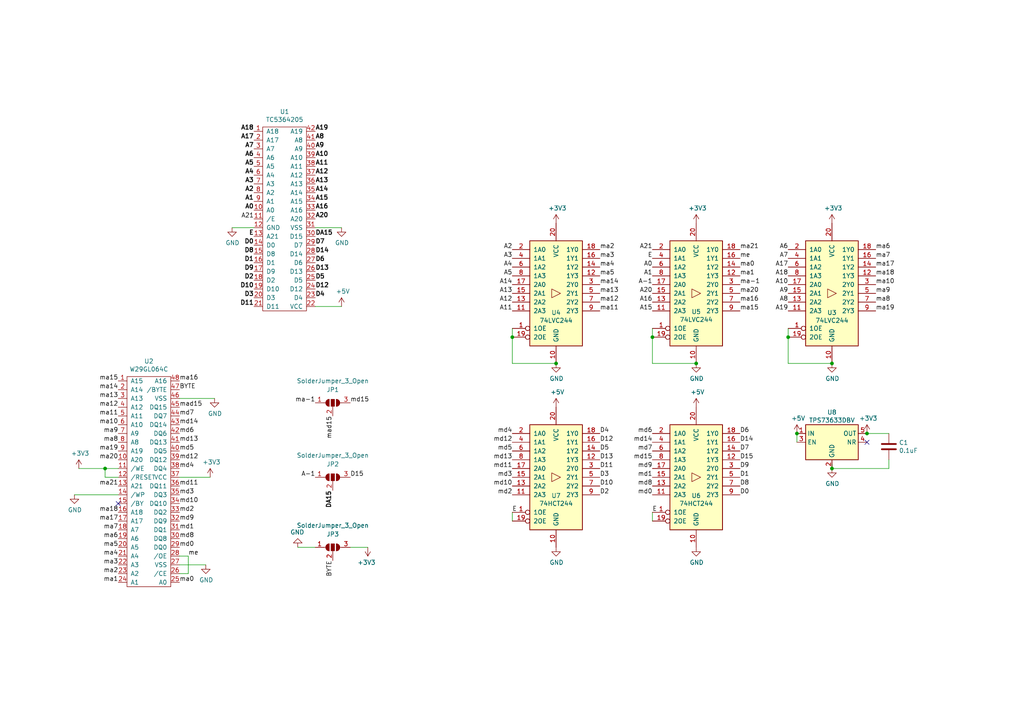
<source format=kicad_sch>
(kicad_sch (version 20231120) (generator "eeschema") (generator_version "8.0")
  (paper "A4")
  (lib_symbols
    (symbol "Device:C" (pin_numbers hide) (pin_names (offset 0.254))
      (property "Reference" "C" (at 0.635 2.54 0))
      (property "Value" "C" (at 0.635 -2.54 0))
      (symbol "C_0_1"
        (polyline (pts (xy -2.032 -0.762) (xy 2.032 -0.762)) (stroke (width 0.508)))
        (polyline (pts (xy -2.032 0.762) (xy 2.032 0.762)) (stroke (width 0.508)))
      )
      (symbol "C_1_1"
        (pin passive line (at 0 3.81 270) (length 2.794) (name "~") (number "1"))
        (pin passive line (at 0 -3.81 90) (length 2.794) (name "~") (number "2"))
      )
    )
    (symbol "Jumper:SolderJumper_3_Open" (pin_names (offset 0) hide) (exclude_from_sim yes) (in_bom no)
      (property "Reference" "JP" (at -2.54 -2.54 0))
      (property "Value" "SolderJumper_3_Open" (at 0 2.794 0))
      (symbol "SolderJumper_3_Open_0_1"
        (arc (start -1.016 1.016) (mid -2.0276 0) (end -1.016 -1.016))
        (arc (start -1.016 1.016) (mid -2.0276 0) (end -1.016 -1.016) (fill (type outline)))
        (rectangle (start -0.508 1.016) (end 0.508 -1.016) (fill (type outline)))
        (polyline (pts (xy -2.54 0) (xy -2.032 0)))
        (polyline (pts (xy -1.016 1.016) (xy -1.016 -1.016)))
        (polyline (pts (xy 0 -1.27) (xy 0 -1.016)))
        (polyline (pts (xy 1.016 1.016) (xy 1.016 -1.016)))
        (polyline (pts (xy 2.54 0) (xy 2.032 0)))
        (arc (start 1.016 -1.016) (mid 2.0276 0) (end 1.016 1.016))
        (arc (start 1.016 -1.016) (mid 2.0276 0) (end 1.016 1.016) (fill (type outline)))
      )
      (symbol "SolderJumper_3_Open_1_1"
        (pin passive line (at -5.08 0 0) (length 2.54) (name "A") (number "1"))
        (pin passive line (at 0 -3.81 90) (length 2.54) (name "C") (number "2"))
        (pin passive line (at 5.08 0 180) (length 2.54) (name "B") (number "3"))
      )
    )
    (symbol "Regulator_Linear:TPS73633DBV"
      (property "Reference" "U" (at -6.35 6.35 0))
      (property "Value" "TPS73633DBV" (at 1.27 6.35 0))
      (symbol "TPS73633DBV_0_1"
        (rectangle (start -7.62 -5.08) (end 7.62 5.08) (stroke (width 0.254)) (fill (type background)))
      )
      (symbol "TPS73633DBV_1_1"
        (pin power_in line (at -10.16 2.54 0) (length 2.54) (name "IN") (number "1"))
        (pin power_in line (at 0 -7.62 90) (length 2.54) (name "GND") (number "2"))
        (pin input line (at -10.16 0 0) (length 2.54) (name "EN") (number "3"))
        (pin passive line (at 10.16 0 180) (length 2.54) (name "NR") (number "4"))
        (pin power_out line (at 10.16 2.54 180) (length 2.54) (name "OUT") (number "5"))
      )
    )
    (symbol "adapter:TC5364205" (pin_names (offset 1.016))
      (property "Reference" "U" (at 5.08 29.21 0))
      (property "Value" "TC5364205" (at 6.35 -26.67 0))
      (symbol "TC5364205_0_1"
        (rectangle (start 0 27.94) (end 12.7 -25.4))
      )
      (symbol "TC5364205_1_1"
        (pin input line (at -2.54 26.67 0) (length 2.54) (name "A18") (number "1"))
        (pin input line (at -2.54 3.81 0) (length 2.54) (name "A0") (number "10"))
        (pin input line (at -2.54 1.27 0) (length 2.54) (name "/E") (number "11"))
        (pin power_in line (at -2.54 -1.27 0) (length 2.54) (name "GND") (number "12"))
        (pin input line (at -2.54 -3.81 0) (length 2.54) (name "A21") (number "13"))
        (pin output line (at -2.54 -6.35 0) (length 2.54) (name "D0") (number "14"))
        (pin output line (at -2.54 -8.89 0) (length 2.54) (name "D8") (number "15"))
        (pin output line (at -2.54 -11.43 0) (length 2.54) (name "D1") (number "16"))
        (pin output line (at -2.54 -13.97 0) (length 2.54) (name "D9") (number "17"))
        (pin output line (at -2.54 -16.51 0) (length 2.54) (name "D2") (number "18"))
        (pin output line (at -2.54 -19.05 0) (length 2.54) (name "D10") (number "19"))
        (pin input line (at -2.54 24.13 0) (length 2.54) (name "A17") (number "2"))
        (pin output line (at -2.54 -21.59 0) (length 2.54) (name "D3") (number "20"))
        (pin output line (at -2.54 -24.13 0) (length 2.54) (name "D11") (number "21"))
        (pin power_in line (at 15.24 -24.13 180) (length 2.54) (name "VCC") (number "22"))
        (pin output line (at 15.24 -21.59 180) (length 2.54) (name "D4") (number "23"))
        (pin output line (at 15.24 -19.05 180) (length 2.54) (name "D12") (number "24"))
        (pin output line (at 15.24 -16.51 180) (length 2.54) (name "D5") (number "25"))
        (pin output line (at 15.24 -13.97 180) (length 2.54) (name "D13") (number "26"))
        (pin output line (at 15.24 -11.43 180) (length 2.54) (name "D6") (number "27"))
        (pin output line (at 15.24 -8.89 180) (length 2.54) (name "D14") (number "28"))
        (pin output line (at 15.24 -6.35 180) (length 2.54) (name "D7") (number "29"))
        (pin input line (at -2.54 21.59 0) (length 2.54) (name "A7") (number "3"))
        (pin output line (at 15.24 -3.81 180) (length 2.54) (name "D15") (number "30"))
        (pin power_in line (at 15.24 -1.27 180) (length 2.54) (name "VSS") (number "31"))
        (pin input line (at 15.24 1.27 180) (length 2.54) (name "A20") (number "32"))
        (pin input line (at 15.24 3.81 180) (length 2.54) (name "A16") (number "33"))
        (pin input line (at 15.24 6.35 180) (length 2.54) (name "A15") (number "34"))
        (pin input line (at 15.24 8.89 180) (length 2.54) (name "A14") (number "35"))
        (pin input line (at 15.24 11.43 180) (length 2.54) (name "A13") (number "36"))
        (pin input line (at 15.24 13.97 180) (length 2.54) (name "A12") (number "37"))
        (pin input line (at 15.24 16.51 180) (length 2.54) (name "A11") (number "38"))
        (pin input line (at 15.24 19.05 180) (length 2.54) (name "A10") (number "39"))
        (pin input line (at -2.54 19.05 0) (length 2.54) (name "A6") (number "4"))
        (pin input line (at 15.24 21.59 180) (length 2.54) (name "A9") (number "40"))
        (pin input line (at 15.24 24.13 180) (length 2.54) (name "A8") (number "41"))
        (pin input line (at 15.24 26.67 180) (length 2.54) (name "A19") (number "42"))
        (pin input line (at -2.54 16.51 0) (length 2.54) (name "A5") (number "5"))
        (pin input line (at -2.54 13.97 0) (length 2.54) (name "A4") (number "6"))
        (pin input line (at -2.54 11.43 0) (length 2.54) (name "A3") (number "7"))
        (pin input line (at -2.54 8.89 0) (length 2.54) (name "A2") (number "8"))
        (pin input line (at -2.54 6.35 0) (length 2.54) (name "A1") (number "9"))
      )
    )
    (symbol "adapter:W29GL064C" (pin_names (offset 1.016))
      (property "Reference" "U" (at 6.35 27.94 0))
      (property "Value" "W29GL064C" (at 6.35 -35.56 0))
      (symbol "W29GL064C_0_1"
        (rectangle (start 0 -34.29) (end 12.7 26.67))
      )
      (symbol "W29GL064C_1_1"
        (pin input line (at -2.54 25.4 0) (length 2.54) (name "A15") (number "1"))
        (pin input line (at -2.54 2.54 0) (length 2.54) (name "A20") (number "10"))
        (pin input line (at -2.54 0 0) (length 2.54) (name "/WE") (number "11"))
        (pin input line (at -2.54 -2.54 0) (length 2.54) (name "/RESET") (number "12"))
        (pin input line (at -2.54 -5.08 0) (length 2.54) (name "A21") (number "13"))
        (pin input line (at -2.54 -7.62 0) (length 2.54) (name "/WP") (number "14"))
        (pin input line (at -2.54 -10.16 0) (length 2.54) (name "/BY") (number "15"))
        (pin input line (at -2.54 -12.7 0) (length 2.54) (name "A18") (number "16"))
        (pin input line (at -2.54 -15.24 0) (length 2.54) (name "A17") (number "17"))
        (pin input line (at -2.54 -17.78 0) (length 2.54) (name "A7") (number "18"))
        (pin input line (at -2.54 -20.32 0) (length 2.54) (name "A6") (number "19"))
        (pin input line (at -2.54 22.86 0) (length 2.54) (name "A14") (number "2"))
        (pin input line (at -2.54 -22.86 0) (length 2.54) (name "A5") (number "20"))
        (pin input line (at -2.54 -25.4 0) (length 2.54) (name "A4") (number "21"))
        (pin input line (at -2.54 -27.94 0) (length 2.54) (name "A3") (number "22"))
        (pin input line (at -2.54 -30.48 0) (length 2.54) (name "A2") (number "23"))
        (pin input line (at -2.54 -33.02 0) (length 2.54) (name "A1") (number "24"))
        (pin input line (at 15.24 -33.02 180) (length 2.54) (name "A0") (number "25"))
        (pin input line (at 15.24 -30.48 180) (length 2.54) (name "/CE") (number "26"))
        (pin power_in line (at 15.24 -27.94 180) (length 2.54) (name "VSS") (number "27"))
        (pin input line (at 15.24 -25.4 180) (length 2.54) (name "/OE") (number "28"))
        (pin output line (at 15.24 -22.86 180) (length 2.54) (name "DQ0") (number "29"))
        (pin input line (at -2.54 20.32 0) (length 2.54) (name "A13") (number "3"))
        (pin output line (at 15.24 -20.32 180) (length 2.54) (name "DQ8") (number "30"))
        (pin output line (at 15.24 -17.78 180) (length 2.54) (name "DQ1") (number "31"))
        (pin output line (at 15.24 -15.24 180) (length 2.54) (name "DQ9") (number "32"))
        (pin output line (at 15.24 -12.7 180) (length 2.54) (name "DQ2") (number "33"))
        (pin output line (at 15.24 -10.16 180) (length 2.54) (name "DQ10") (number "34"))
        (pin output line (at 15.24 -7.62 180) (length 2.54) (name "DQ3") (number "35"))
        (pin output line (at 15.24 -5.08 180) (length 2.54) (name "DQ11") (number "36"))
        (pin power_in line (at 15.24 -2.54 180) (length 2.54) (name "VCC") (number "37"))
        (pin output line (at 15.24 0 180) (length 2.54) (name "DQ4") (number "38"))
        (pin output line (at 15.24 2.54 180) (length 2.54) (name "DQ12") (number "39"))
        (pin input line (at -2.54 17.78 0) (length 2.54) (name "A12") (number "4"))
        (pin output line (at 15.24 5.08 180) (length 2.54) (name "DQ5") (number "40"))
        (pin output line (at 15.24 7.62 180) (length 2.54) (name "DQ13") (number "41"))
        (pin output line (at 15.24 10.16 180) (length 2.54) (name "DQ6") (number "42"))
        (pin output line (at 15.24 12.7 180) (length 2.54) (name "DQ14") (number "43"))
        (pin output line (at 15.24 15.24 180) (length 2.54) (name "DQ7") (number "44"))
        (pin output line (at 15.24 17.78 180) (length 2.54) (name "DQ15") (number "45"))
        (pin power_in line (at 15.24 20.32 180) (length 2.54) (name "VSS") (number "46"))
        (pin input line (at 15.24 22.86 180) (length 2.54) (name "/BYTE") (number "47"))
        (pin input line (at 15.24 25.4 180) (length 2.54) (name "A16") (number "48"))
        (pin input line (at -2.54 15.24 0) (length 2.54) (name "A11") (number "5"))
        (pin input line (at -2.54 12.7 0) (length 2.54) (name "A10") (number "6"))
        (pin input line (at -2.54 10.16 0) (length 2.54) (name "A9") (number "7"))
        (pin input line (at -2.54 7.62 0) (length 2.54) (name "A8") (number "8"))
        (pin input line (at -2.54 5.08 0) (length 2.54) (name "A19") (number "9"))
      )
    )
    (symbol "toshiba-64mbit-adapter-rescue:+3V3-power" (power) (pin_names (offset 0))
      (property "Value" "power_+3V3" (at 0 3.556 0))
      (symbol "+3V3-power_0_1"
        (polyline (pts (xy -0.762 1.27) (xy 0 2.54)))
        (polyline (pts (xy 0 0) (xy 0 2.54)))
        (polyline (pts (xy 0 2.54) (xy 0.762 1.27)))
      )
      (symbol "+3V3-power_1_1"
        (pin power_in line (at 0 0 90) (length 0) hide (name "+3V3") (number "1"))
      )
    )
    (symbol "toshiba-64mbit-adapter-rescue:+5V-power" (power) (pin_names (offset 0))
      (property "Value" "power_+5V" (at 0 3.556 0))
      (symbol "+5V-power_0_1"
        (polyline (pts (xy -0.762 1.27) (xy 0 2.54)))
        (polyline (pts (xy 0 0) (xy 0 2.54)))
        (polyline (pts (xy 0 2.54) (xy 0.762 1.27)))
      )
      (symbol "+5V-power_1_1"
        (pin power_in line (at 0 0 90) (length 0) hide (name "+5V") (number "1"))
      )
    )
    (symbol "toshiba-64mbit-adapter-rescue:74HCT244-74xx" (pin_names (offset 1.016))
      (property "Reference" "U" (at -7.62 16.51 0))
      (property "Value" "74HCT244-74xx" (at -7.62 -16.51 0))
      (symbol "74HCT244-74xx_1_0"
        (polyline (pts (xy 1.27 0) (xy -1.27 1.27) (xy -1.27 -1.27) (xy 1.27 0)) (stroke (width 0.1524)))
        (pin input inverted (at -12.7 -10.16 0) (length 5.08) (name "1OE") (number "1"))
        (pin power_in line (at 0 -20.32 90) (length 5.08) (name "GND") (number "10"))
        (pin input line (at -12.7 -5.08 0) (length 5.08) (name "2A3") (number "11"))
        (pin output line (at 12.7 5.08 180) (length 5.08) (name "1Y3") (number "12"))
        (pin input line (at -12.7 -2.54 0) (length 5.08) (name "2A2") (number "13"))
        (pin output line (at 12.7 7.62 180) (length 5.08) (name "1Y2") (number "14"))
        (pin input line (at -12.7 0 0) (length 5.08) (name "2A1") (number "15"))
        (pin output line (at 12.7 10.16 180) (length 5.08) (name "1Y1") (number "16"))
        (pin input line (at -12.7 2.54 0) (length 5.08) (name "2A0") (number "17"))
        (pin output line (at 12.7 12.7 180) (length 5.08) (name "1Y0") (number "18"))
        (pin input inverted (at -12.7 -12.7 0) (length 5.08) (name "2OE") (number "19"))
        (pin input line (at -12.7 12.7 0) (length 5.08) (name "1A0") (number "2"))
        (pin power_in line (at 0 20.32 270) (length 5.08) (name "VCC") (number "20"))
        (pin output line (at 12.7 2.54 180) (length 5.08) (name "2Y0") (number "3"))
        (pin input line (at -12.7 10.16 0) (length 5.08) (name "1A1") (number "4"))
        (pin output line (at 12.7 0 180) (length 5.08) (name "2Y1") (number "5"))
        (pin input line (at -12.7 7.62 0) (length 5.08) (name "1A2") (number "6"))
        (pin output line (at 12.7 -2.54 180) (length 5.08) (name "2Y2") (number "7"))
        (pin input line (at -12.7 5.08 0) (length 5.08) (name "1A3") (number "8"))
        (pin output line (at 12.7 -5.08 180) (length 5.08) (name "2Y3") (number "9"))
      )
      (symbol "74HCT244-74xx_1_1"
        (rectangle (start -7.62 15.24) (end 7.62 -15.24) (stroke (width 0.254)) (fill (type background)))
      )
    )
    (symbol "toshiba-64mbit-adapter-rescue:GND-power" (power) (pin_names (offset 0))
      (property "Value" "power_GND" (at 0 -3.81 0))
      (symbol "GND-power_0_1"
        (polyline (pts (xy 0 0) (xy 0 -1.27) (xy 1.27 -1.27) (xy 0 -2.54) (xy -1.27 -1.27) (xy 0 -1.27)))
      )
      (symbol "GND-power_1_1"
        (pin power_in line (at 0 0 270) (length 0) hide (name "GND") (number "1"))
      )
    )
  )
  (junction (at 228.6 97.79))
  (junction (at 148.59 97.79))
  (junction (at 201.93 105.41))
  (junction (at 251.46 125.73))
  (junction (at 189.23 97.79))
  (junction (at 241.3 105.41))
  (junction (at 161.29 105.41))
  (junction (at 241.3 135.89))
  (junction (at 231.14 125.73))
  (junction (at 30.48 135.89))
  (no_connect (at 34.29 146.05))
  (no_connect (at 251.46 128.27))
  (wire (pts (xy 52.07 138.43) (xy 60.96 138.43)))
  (wire (pts (xy 34.29 138.43) (xy 30.48 138.43)))
  (wire (pts (xy 148.59 105.41) (xy 148.59 97.79)))
  (wire (pts (xy 52.07 115.57) (xy 62.23 115.57)))
  (wire (pts (xy 148.59 151.13) (xy 148.59 148.59)))
  (wire (pts (xy 54.61 161.29) (xy 54.61 166.37)))
  (wire (pts (xy 257.81 135.89) (xy 241.3 135.89)))
  (wire (pts (xy 189.23 105.41) (xy 189.23 97.79)))
  (wire (pts (xy 91.44 88.9) (xy 99.06 88.9)))
  (wire (pts (xy 161.29 105.41) (xy 148.59 105.41)))
  (wire (pts (xy 241.3 105.41) (xy 228.6 105.41)))
  (wire (pts (xy 22.86 135.89) (xy 30.48 135.89)))
  (wire (pts (xy 189.23 97.79) (xy 189.23 95.25)))
  (wire (pts (xy 251.46 125.73) (xy 257.81 125.73)))
  (wire (pts (xy 54.61 166.37) (xy 52.07 166.37)))
  (wire (pts (xy 67.31 66.04) (xy 73.66 66.04)))
  (wire (pts (xy 52.07 163.83) (xy 59.69 163.83)))
  (wire (pts (xy 21.59 143.51) (xy 34.29 143.51)))
  (wire (pts (xy 52.07 161.29) (xy 54.61 161.29)))
  (wire (pts (xy 231.14 125.73) (xy 231.14 128.27)))
  (wire (pts (xy 30.48 135.89) (xy 34.29 135.89)))
  (wire (pts (xy 201.93 105.41) (xy 189.23 105.41)))
  (wire (pts (xy 30.48 138.43) (xy 30.48 135.89)))
  (wire (pts (xy 257.81 133.35) (xy 257.81 135.89)))
  (wire (pts (xy 148.59 95.25) (xy 148.59 97.79)))
  (wire (pts (xy 241.3 134.62) (xy 241.3 135.89)))
  (wire (pts (xy 91.44 66.04) (xy 99.06 66.04)))
  (wire (pts (xy 228.6 95.25) (xy 228.6 97.79)))
  (wire (pts (xy 106.68 158.75) (xy 101.6 158.75)))
  (wire (pts (xy 189.23 151.13) (xy 189.23 148.59)))
  (wire (pts (xy 228.6 97.79) (xy 228.6 105.41)))
  (wire (pts (xy 91.44 158.75) (xy 86.36 158.75)))
  (label "me" (at 214.63 74.93 0))
  (label "D2" (at 173.99 143.51 0))
  (label "D8" (at 214.63 140.97 0))
  (label "BYTE" (at 52.07 113.03 0))
  (label "A2" (at 73.66 55.88 180) (effects (font (thickness 0.254) (bold yes))))
  (label "A0" (at 73.66 60.96 180) (effects (font (thickness 0.254) (bold yes))))
  (label "A0" (at 189.23 77.47 180))
  (label "A13" (at 91.44 53.34 0) (effects (font (thickness 0.254) (bold yes))))
  (label "md2" (at 52.07 148.59 0))
  (label "ma1" (at 34.29 168.91 180))
  (label "ma16" (at 52.07 110.49 0))
  (label "A15" (at 91.44 58.42 0) (effects (font (thickness 0.254) (bold yes))))
  (label "D8" (at 73.66 73.66 180) (effects (font (thickness 0.254) (bold yes))))
  (label "ma6" (at 34.29 156.21 180))
  (label "BYTE" (at 96.52 162.56 270))
  (label "md1" (at 189.23 138.43 180))
  (label "ma9" (at 34.29 125.73 180))
  (label "A11" (at 148.59 90.17 180))
  (label "ma9" (at 254 85.09 0))
  (label "A12" (at 91.44 50.8 0) (effects (font (thickness 0.254) (bold yes))))
  (label "md3" (at 52.07 143.51 0))
  (label "A20" (at 189.23 85.09 180))
  (label "D3" (at 173.99 138.43 0))
  (label "D9" (at 214.63 135.89 0))
  (label "ma11" (at 34.29 120.65 180))
  (label "ma20" (at 214.63 85.09 0))
  (label "D11" (at 73.66 88.9 180) (effects (font (thickness 0.254) (bold yes))))
  (label "ma17" (at 254 77.47 0))
  (label "E" (at 73.66 68.58 180) (effects (font (thickness 0.254) (bold yes))))
  (label "D10" (at 173.99 140.97 0))
  (label "D12" (at 173.99 128.27 0))
  (label "ma12" (at 173.99 87.63 0))
  (label "A17" (at 73.66 40.64 180) (effects (font (thickness 0.254) (bold yes))))
  (label "ma7" (at 34.29 153.67 180))
  (label "md15" (at 189.23 133.35 180))
  (label "A3" (at 148.59 74.93 180))
  (label "A7" (at 73.66 43.18 180) (effects (font (thickness 0.254) (bold yes))))
  (label "A14" (at 148.59 82.55 180))
  (label "A18" (at 228.6 80.01 180))
  (label "A2" (at 148.59 72.39 180))
  (label "A19" (at 91.44 38.1 0) (effects (font (thickness 0.254) (bold yes))))
  (label "D15" (at 214.63 133.35 0))
  (label "ma15" (at 34.29 110.49 180))
  (label "md12" (at 148.59 128.27 180))
  (label "A21" (at 189.23 72.39 180))
  (label "md14" (at 52.07 123.19 0))
  (label "D1" (at 73.66 76.2 180) (effects (font (thickness 0.254) (bold yes))))
  (label "md15" (at 101.6 116.84 0))
  (label "DA15" (at 96.52 142.24 270) (effects (font (thickness 0.254) (bold yes))))
  (label "D9" (at 73.66 78.74 180) (effects (font (thickness 0.254) (bold yes))))
  (label "D5" (at 91.44 81.28 0) (effects (font (thickness 0.254) (bold yes))))
  (label "ma18" (at 34.29 148.59 180))
  (label "D13" (at 173.99 133.35 0))
  (label "ma7" (at 254 74.93 0))
  (label "md0" (at 52.07 158.75 0))
  (label "md5" (at 52.07 130.81 0))
  (label "ma10" (at 34.29 123.19 180))
  (label "A4" (at 148.59 77.47 180))
  (label "md6" (at 52.07 125.73 0))
  (label "ma19" (at 254 90.17 0))
  (label "A8" (at 91.44 40.64 0) (effects (font (thickness 0.254) (bold yes))))
  (label "md4" (at 148.59 125.73 180))
  (label "md8" (at 189.23 140.97 180))
  (label "md13" (at 52.07 128.27 0))
  (label "ma21" (at 34.29 140.97 180))
  (label "E" (at 148.59 148.59 0))
  (label "md10" (at 52.07 146.05 0))
  (label "ma13" (at 34.29 115.57 180))
  (label "A7" (at 228.6 74.93 180))
  (label "me" (at 54.61 161.29 0))
  (label "D13" (at 91.44 78.74 0) (effects (font (thickness 0.254) (bold yes))))
  (label "ma-1" (at 91.44 116.84 180))
  (label "D4" (at 173.99 125.73 0))
  (label "md14" (at 189.23 128.27 180))
  (label "E" (at 189.23 74.93 180))
  (label "md1" (at 52.07 153.67 0))
  (label "ma14" (at 173.99 82.55 0))
  (label "ma6" (at 254 72.39 0))
  (label "DA15" (at 91.44 68.58 0) (effects (font (thickness 0.254) (bold yes))))
  (label "A-1" (at 189.23 82.55 180))
  (label "A9" (at 228.6 85.09 180))
  (label "D2" (at 73.66 81.28 180) (effects (font (thickness 0.254) (bold yes))))
  (label "A9" (at 91.44 43.18 0) (effects (font (thickness 0.254) (bold yes))))
  (label "ma17" (at 34.29 151.13 180))
  (label "D3" (at 73.66 86.36 180) (effects (font (thickness 0.254) (bold yes))))
  (label "ma10" (at 254 82.55 0))
  (label "D14" (at 214.63 128.27 0))
  (label "md3" (at 148.59 138.43 180))
  (label "md12" (at 52.07 133.35 0))
  (label "D11" (at 173.99 135.89 0))
  (label "A4" (at 73.66 50.8 180) (effects (font (thickness 0.254) (bold yes))))
  (label "ma4" (at 173.99 77.47 0))
  (label "D14" (at 91.44 73.66 0) (effects (font (thickness 0.254) (bold yes))))
  (label "A5" (at 73.66 48.26 180) (effects (font (thickness 0.254) (bold yes))))
  (label "md10" (at 148.59 140.97 180))
  (label "A13" (at 148.59 85.09 180))
  (label "ma2" (at 173.99 72.39 0))
  (label "mad15" (at 96.52 120.65 270))
  (label "ma8" (at 34.29 128.27 180))
  (label "A3" (at 73.66 53.34 180) (effects (font (thickness 0.254) (bold yes))))
  (label "D4" (at 91.44 86.36 0) (effects (font (thickness 0.254) (bold yes))))
  (label "ma0" (at 214.63 77.47 0))
  (label "ma1" (at 214.63 80.01 0))
  (label "A6" (at 228.6 72.39 180))
  (label "ma14" (at 34.29 113.03 180))
  (label "ma13" (at 173.99 85.09 0))
  (label "A1" (at 73.66 58.42 180) (effects (font (thickness 0.254) (bold yes))))
  (label "ma8" (at 254 87.63 0))
  (label "A18" (at 73.66 38.1 180) (effects (font (thickness 0.254) (bold yes))))
  (label "A-1" (at 91.44 138.43 180))
  (label "md9" (at 189.23 135.89 180))
  (label "D5" (at 173.99 130.81 0))
  (label "A1" (at 189.23 80.01 180))
  (label "D7" (at 91.44 71.12 0) (effects (font (thickness 0.254) (bold yes))))
  (label "ma0" (at 52.07 168.91 0))
  (label "md7" (at 52.07 120.65 0))
  (label "A16" (at 189.23 87.63 180))
  (label "md7" (at 189.23 130.81 180))
  (label "ma11" (at 173.99 90.17 0))
  (label "A6" (at 73.66 45.72 180) (effects (font (thickness 0.254) (bold yes))))
  (label "ma5" (at 34.29 158.75 180))
  (label "ma-1" (at 214.63 82.55 0))
  (label "md11" (at 52.07 140.97 0))
  (label "D7" (at 214.63 130.81 0))
  (label "md5" (at 148.59 130.81 180))
  (label "ma2" (at 34.29 166.37 180))
  (label "ma18" (at 254 80.01 0))
  (label "md8" (at 52.07 156.21 0))
  (label "md13" (at 148.59 133.35 180))
  (label "md6" (at 189.23 125.73 180))
  (label "mad15" (at 52.07 118.11 0))
  (label "ma16" (at 214.63 87.63 0))
  (label "A16" (at 91.44 60.96 0) (effects (font (thickness 0.254) (bold yes))))
  (label "md4" (at 52.07 135.89 0))
  (label "A5" (at 148.59 80.01 180))
  (label "A17" (at 228.6 77.47 180))
  (label "D0" (at 73.66 71.12 180) (effects (font (thickness 0.254) (bold yes))))
  (label "E" (at 189.23 148.59 0))
  (label "A14" (at 91.44 55.88 0) (effects (font (thickness 0.254) (bold yes))))
  (label "md11" (at 148.59 135.89 180))
  (label "ma21" (at 214.63 72.39 0))
  (label "A12" (at 148.59 87.63 180))
  (label "md0" (at 189.23 143.51 180))
  (label "ma3" (at 173.99 74.93 0))
  (label "D6" (at 214.63 125.73 0))
  (label "D12" (at 91.44 83.82 0) (effects (font (thickness 0.254) (bold yes))))
  (label "A11" (at 91.44 48.26 0) (effects (font (thickness 0.254) (bold yes))))
  (label "ma19" (at 34.29 130.81 180))
  (label "D0" (at 214.63 143.51 0))
  (label "A21" (at 73.66 63.5 180))
  (label "ma15" (at 214.63 90.17 0))
  (label "A10" (at 91.44 45.72 0) (effects (font (thickness 0.254) (bold yes))))
  (label "A10" (at 228.6 82.55 180))
  (label "md9" (at 52.07 151.13 0))
  (label "md2" (at 148.59 143.51 180))
  (label "A19" (at 228.6 90.17 180))
  (label "A20" (at 91.44 63.5 0) (effects (font (thickness 0.254) (bold yes))))
  (label "D1" (at 214.63 138.43 0))
  (label "ma5" (at 173.99 80.01 0))
  (label "ma12" (at 34.29 118.11 180))
  (label "D15" (at 101.6 138.43 0))
  (label "A8" (at 228.6 87.63 180))
  (label "ma20" (at 34.29 133.35 180))
  (label "ma4" (at 34.29 161.29 180))
  (label "D10" (at 73.66 83.82 180) (effects (font (thickness 0.254) (bold yes))))
  (label "A15" (at 189.23 90.17 180))
  (label "D6" (at 91.44 76.2 0) (effects (font (thickness 0.254) (bold yes))))
  (label "ma3" (at 34.29 163.83 180))
  (symbol (lib_id "toshiba-64mbit-adapter-rescue:74HCT244-74xx") (at 161.29 85.09 0) (unit 1)
    (property "Reference" "U4" (at 161.29 90.678 0))
    (property "Value" "74LVC244" (at 161.29 92.964 0))
    (property "Footprint" "Package_SO:TSSOP-20_4.4x6.5mm_P0.65mm" (effects (hide yes)))
    (property "Datasheet" "https://assets.nexperia.com/documents/data-sheet/74HC_HCT244.pdf" (effects (hide yes)))
  )
  (symbol (lib_id "adapter:TC5364205") (at 76.2 64.77 0) (unit 1)
    (property "Reference" "U1" (at 82.55 32.385 0))
    (property "Value" "TC5364205" (at 82.55 34.6964 0))
    (property "Footprint" "Package_DIP:DIP-42_W15.24mm" (effects (hide yes)))
  )
  (symbol (lib_id "toshiba-64mbit-adapter-rescue:74HCT244-74xx") (at 201.93 85.09 0) (unit 1)
    (property "Reference" "U5" (at 201.93 90.424 0))
    (property "Value" "74LVC244" (at 201.93 92.71 0))
    (property "Footprint" "Package_SO:TSSOP-20_4.4x6.5mm_P0.65mm" (effects (hide yes)))
    (property "Datasheet" "https://assets.nexperia.com/documents/data-sheet/74HC_HCT244.pdf" (effects (hide yes)))
  )
  (symbol (lib_id "toshiba-64mbit-adapter-rescue:74HCT244-74xx") (at 161.29 138.43 0) (unit 1)
    (property "Reference" "U7" (at 161.29 143.764 0))
    (property "Value" "74HCT244" (at 161.29 146.05 0))
    (property "Footprint" "Package_SO:TSSOP-20_4.4x6.5mm_P0.65mm" (effects (hide yes)))
    (property "Datasheet" "https://assets.nexperia.com/documents/data-sheet/74HC_HCT244.pdf" (effects (hide yes)))
  )
  (symbol (lib_id "toshiba-64mbit-adapter-rescue:74HCT244-74xx") (at 241.3 85.09 0) (unit 1)
    (property "Reference" "U3" (at 241.3 90.678 0))
    (property "Value" "74LVC244" (at 241.3 92.964 0))
    (property "Footprint" "Package_SO:TSSOP-20_4.4x6.5mm_P0.65mm" (effects (hide yes)))
    (property "Datasheet" "https://assets.nexperia.com/documents/data-sheet/74HC_HCT244.pdf" (effects (hide yes)))
  )
  (symbol (lib_id "toshiba-64mbit-adapter-rescue:GND-power") (at 67.31 66.04 0) (unit 1)
    (property "Reference" "#PWR0101" (effects (hide yes)))
    (property "Value" "GND" (at 67.437 70.4342 0))
  )
  (symbol (lib_id "toshiba-64mbit-adapter-rescue:GND-power") (at 99.06 66.04 0) (unit 1)
    (property "Reference" "#PWR0102" (effects (hide yes)))
    (property "Value" "GND" (at 99.187 70.4342 0))
  )
  (symbol (lib_id "toshiba-64mbit-adapter-rescue:74HCT244-74xx") (at 201.93 138.43 0) (unit 1)
    (property "Reference" "U6" (at 201.93 143.764 0))
    (property "Value" "74HCT244" (at 201.93 146.05 0))
    (property "Footprint" "Package_SO:TSSOP-20_4.4x6.5mm_P0.65mm" (effects (hide yes)))
    (property "Datasheet" "https://assets.nexperia.com/documents/data-sheet/74HC_HCT244.pdf" (effects (hide yes)))
  )
  (symbol (lib_id "toshiba-64mbit-adapter-rescue:+5V-power") (at 99.06 88.9 0) (unit 1)
    (property "Reference" "#PWR0103" (effects (hide yes)))
    (property "Value" "+5V" (at 99.441 84.5058 0))
  )
  (symbol (lib_id "adapter:W29GL064C") (at 36.83 135.89 0) (unit 1)
    (property "Reference" "U2" (at 43.18 104.775 0))
    (property "Value" "W29GL064C" (at 43.18 107.0864 0))
    (property "Footprint" "Package_SO:TSOP-I-48_18.4x12mm_P0.5mm" (effects (hide yes)))
  )
  (symbol (lib_id "Regulator_Linear:TPS73633DBV") (at 241.3 128.27 0) (unit 1)
    (property "Reference" "U8" (at 241.3 119.5832 0))
    (property "Value" "TPS73633DBV" (at 241.3 121.8946 0))
    (property "Footprint" "Package_TO_SOT_SMD:SOT-23-5" (effects (hide yes)))
    (property "Datasheet" "http://www.ti.com/lit/ds/symlink/tps736.pdf" (effects (hide yes)))
  )
  (symbol (lib_id "toshiba-64mbit-adapter-rescue:+5V-power") (at 231.14 125.73 0) (unit 1)
    (property "Reference" "#PWR0107" (effects (hide yes)))
    (property "Value" "+5V" (at 231.521 121.3358 0))
  )
  (symbol (lib_id "toshiba-64mbit-adapter-rescue:+3V3-power") (at 251.46 125.73 0) (unit 1)
    (property "Reference" "#PWR0108" (effects (hide yes)))
    (property "Value" "+3V3" (at 251.841 121.3358 0))
  )
  (symbol (lib_id "toshiba-64mbit-adapter-rescue:GND-power") (at 241.3 135.89 0) (unit 1)
    (property "Reference" "#PWR0109" (effects (hide yes)))
    (property "Value" "GND" (at 241.427 140.2842 0))
  )
  (symbol (lib_id "toshiba-64mbit-adapter-rescue:+3V3-power") (at 60.96 138.43 0) (unit 1)
    (property "Reference" "#PWR0104" (effects (hide yes)))
    (property "Value" "+3V3" (at 61.341 134.0358 0))
  )
  (symbol (lib_id "toshiba-64mbit-adapter-rescue:GND-power") (at 161.29 105.41 0) (unit 1)
    (property "Reference" "#PWR0110" (effects (hide yes)))
    (property "Value" "GND" (at 161.417 109.8042 0))
  )
  (symbol (lib_id "toshiba-64mbit-adapter-rescue:GND-power") (at 59.69 163.83 0) (unit 1)
    (property "Reference" "#PWR0105" (effects (hide yes)))
    (property "Value" "GND" (at 59.817 168.2242 0))
  )
  (symbol (lib_id "toshiba-64mbit-adapter-rescue:GND-power") (at 201.93 105.41 0) (unit 1)
    (property "Reference" "#PWR0111" (effects (hide yes)))
    (property "Value" "GND" (at 202.057 109.8042 0))
  )
  (symbol (lib_id "toshiba-64mbit-adapter-rescue:GND-power") (at 161.29 158.75 0) (unit 1)
    (property "Reference" "#PWR0112" (effects (hide yes)))
    (property "Value" "GND" (at 161.417 163.1442 0))
  )
  (symbol (lib_id "toshiba-64mbit-adapter-rescue:GND-power") (at 62.23 115.57 0) (unit 1)
    (property "Reference" "#PWR0106" (effects (hide yes)))
    (property "Value" "GND" (at 62.357 119.9642 0))
  )
  (symbol (lib_id "toshiba-64mbit-adapter-rescue:GND-power") (at 241.3 105.41 0) (unit 1)
    (property "Reference" "#PWR0113" (effects (hide yes)))
    (property "Value" "GND" (at 241.427 109.8042 0))
  )
  (symbol (lib_id "toshiba-64mbit-adapter-rescue:GND-power") (at 201.93 158.75 0) (unit 1)
    (property "Reference" "#PWR0114" (effects (hide yes)))
    (property "Value" "GND" (at 202.057 163.1442 0))
  )
  (symbol (lib_id "toshiba-64mbit-adapter-rescue:+3V3-power") (at 22.86 135.89 0) (unit 1)
    (property "Reference" "#PWR0116" (effects (hide yes)))
    (property "Value" "+3V3" (at 23.241 131.4958 0))
  )
  (symbol (lib_id "toshiba-64mbit-adapter-rescue:GND-power") (at 21.59 143.51 0) (unit 1)
    (property "Reference" "#PWR0117" (effects (hide yes)))
    (property "Value" "GND" (at 21.717 147.9042 0))
  )
  (symbol (lib_id "Device:C") (at 257.81 129.54 180) (unit 1)
    (property "Reference" "C1" (at 260.731 128.3716 0) (effects (justify right)))
    (property "Value" "0.1uF" (at 260.731 130.683 0) (effects (justify right)))
    (property "Footprint" "Capacitor_SMD:C_0805_2012Metric" (effects (hide yes)))
  )
  (symbol (lib_id "toshiba-64mbit-adapter-rescue:+3V3-power") (at 161.29 118.11 0) (unit 1)
    (property "Reference" "#PWR0118" (effects (hide yes)))
    (property "Value" "+5V" (at 161.671 113.7158 0))
  )
  (symbol (lib_id "toshiba-64mbit-adapter-rescue:+3V3-power") (at 201.93 64.77 0) (unit 1)
    (property "Reference" "#PWR0119" (effects (hide yes)))
    (property "Value" "+3V3" (at 202.311 60.3758 0))
  )
  (symbol (lib_id "toshiba-64mbit-adapter-rescue:+3V3-power") (at 161.29 64.77 0) (unit 1)
    (property "Reference" "#PWR0120" (effects (hide yes)))
    (property "Value" "+3V3" (at 161.671 60.3758 0))
  )
  (symbol (lib_id "toshiba-64mbit-adapter-rescue:+3V3-power") (at 241.3 64.77 0) (unit 1)
    (property "Reference" "#PWR0121" (effects (hide yes)))
    (property "Value" "+3V3" (at 241.681 60.3758 0))
  )
  (symbol (lib_id "toshiba-64mbit-adapter-rescue:+3V3-power") (at 201.93 118.11 0) (unit 1)
    (property "Reference" "#PWR0122" (effects (hide yes)))
    (property "Value" "+5V" (at 202.311 113.7158 0))
  )
  (symbol (lib_id "Jumper:SolderJumper_3_Open") (at 96.52 138.43 0) (unit 1) (exclude_from_sim yes) (in_bom no)
    (property "Reference" "JP2" (at 96.52 134.62 0))
    (property "Value" "SolderJumper_3_Open" (at 96.52 132.08 0))
    (property "Footprint" "Jumper:SolderJumper-3_P1.3mm_Open_RoundedPad1.0x1.5mm" (effects (hide yes)))
    (property "Description" "Solder Jumper, 3-pole, open" (effects (hide yes)))
  )
  (symbol (lib_id "Jumper:SolderJumper_3_Open") (at 96.52 116.84 0) (unit 1) (exclude_from_sim yes) (in_bom no)
    (property "Reference" "JP1" (at 96.52 113.03 0))
    (property "Value" "SolderJumper_3_Open" (at 96.52 110.49 0))
    (property "Footprint" "Jumper:SolderJumper-3_P1.3mm_Open_RoundedPad1.0x1.5mm" (effects (hide yes)))
    (property "Description" "Solder Jumper, 3-pole, open" (effects (hide yes)))
  )
  (symbol (lib_id "toshiba-64mbit-adapter-rescue:GND-power") (at 86.36 158.75 180) (unit 1)
    (property "Reference" "#PWR01" (effects (hide yes)))
    (property "Value" "GND" (at 86.233 154.3558 0))
  )
  (symbol (lib_id "Jumper:SolderJumper_3_Open") (at 96.52 158.75 0) (unit 1) (exclude_from_sim yes) (in_bom no)
    (property "Reference" "JP3" (at 96.52 154.94 0))
    (property "Value" "SolderJumper_3_Open" (at 96.52 152.4 0))
    (property "Footprint" "Jumper:SolderJumper-3_P1.3mm_Open_RoundedPad1.0x1.5mm" (effects (hide yes)))
    (property "Description" "Solder Jumper, 3-pole, open" (effects (hide yes)))
  )
  (symbol (lib_id "toshiba-64mbit-adapter-rescue:+3V3-power") (at 106.68 158.75 180) (unit 1)
    (property "Reference" "#PWR02" (effects (hide yes)))
    (property "Value" "+3V3" (at 106.299 163.1442 0))
  )
)
</source>
